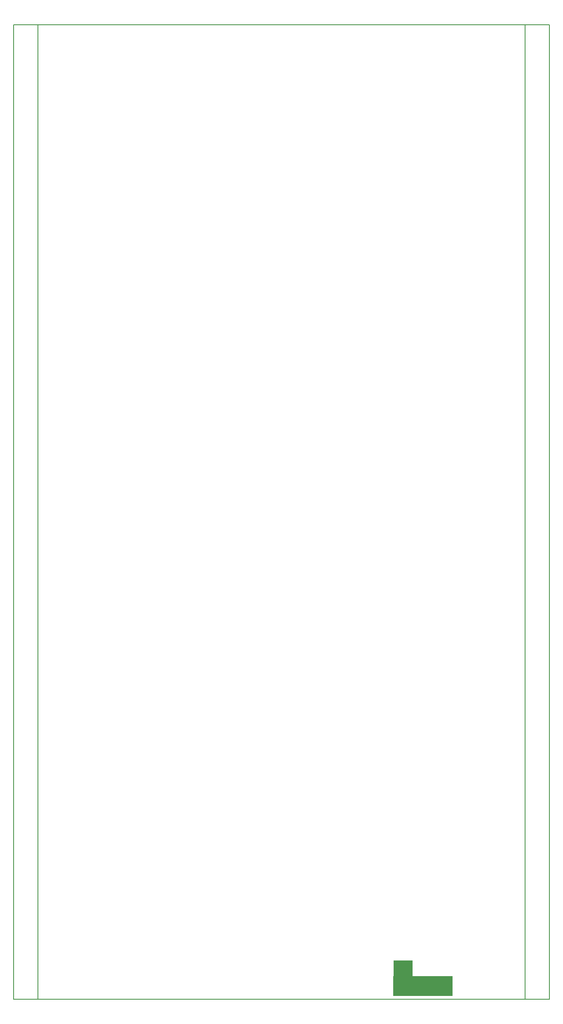
<source format=gko>
G04 Layer_Color=16711935*
%FSLAX44Y44*%
%MOMM*%
G71*
G01*
G75*
%ADD78C,0.1500*%
%ADD145R,12.2000X4.1000*%
%ADD146R,4.0000X3.2500*%
D78*
X-325000Y-75000D02*
X675000Y-75000D01*
Y1925000D01*
X-325000Y-75000D02*
Y1925000D01*
X675000D01*
X725000Y1925000D01*
Y-75000D02*
Y1925000D01*
X675000Y-75000D02*
X725000Y-75000D01*
X-375000Y1925000D02*
X-325000Y1925000D01*
X-375000Y-75000D02*
Y1925000D01*
Y-75000D02*
X-325000Y-75000D01*
D145*
X465000Y-48000D02*
D03*
D146*
X425000Y-11751D02*
D03*
M02*

</source>
